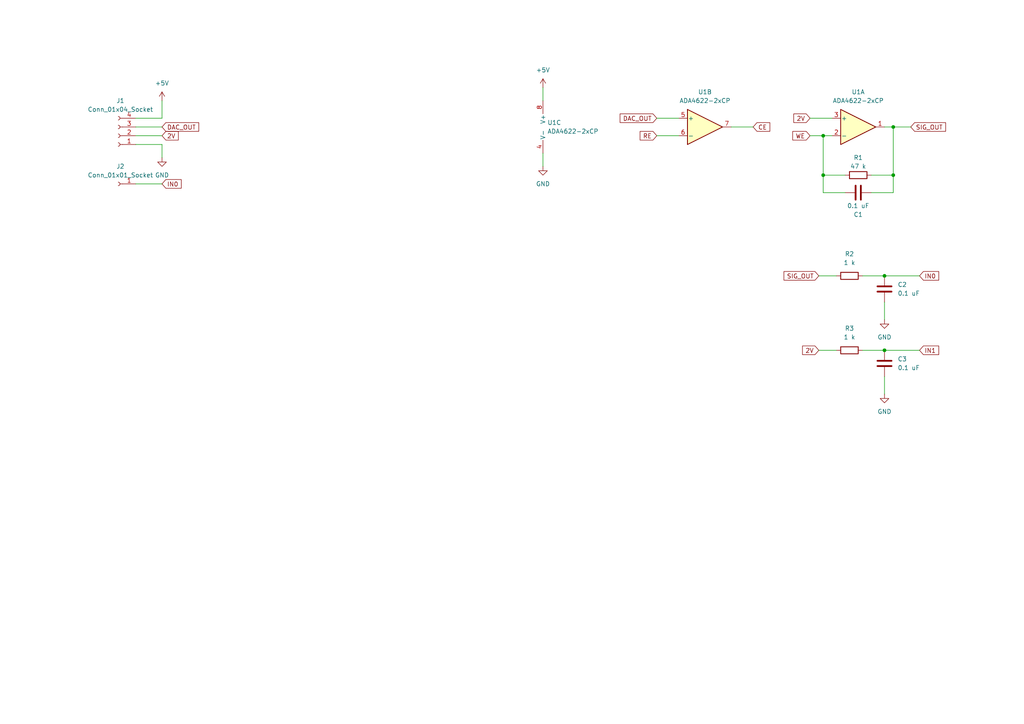
<source format=kicad_sch>
(kicad_sch (version 20230121) (generator eeschema)
  (paper "A4")
  (lib_symbols
    (symbol "Amplifier_Operational:ADA4622-2xCP" (pin_names (offset 0.127))
      (property "Reference" "U" (at 0 5.08 0))
      (property "Value" "ADA4622-2xCP" (at 0 -5.08 0))
      (symbol "ADA4622-2xCP_1_1"
        (polyline (pts (xy -5.08 5.08) (xy 5.08 0) (xy -5.08 -5.08) (xy -5.08 5.08)) (stroke (width 0.254)) (fill (type background)))
        (pin output line (at 7.62 0 180) (length 2.54) (name "~") (number "1"))
        (pin input line (at -7.62 -2.54 0) (length 2.54) (name "-") (number "2"))
        (pin input line (at -7.62 2.54 0) (length 2.54) (name "+") (number "3"))
      )
      (symbol "ADA4622-2xCP_2_1"
        (polyline (pts (xy -5.08 5.08) (xy 5.08 0) (xy -5.08 -5.08) (xy -5.08 5.08)) (stroke (width 0.254)) (fill (type background)))
        (pin input line (at -7.62 2.54 0) (length 2.54) (name "+") (number "5"))
        (pin input line (at -7.62 -2.54 0) (length 2.54) (name "-") (number "6"))
        (pin output line (at 7.62 0 180) (length 2.54) (name "~") (number "7"))
      )
      (symbol "ADA4622-2xCP_3_1"
        (pin power_in line (at -2.54 -7.62 90) (length 3.81) (name "V-") (number "4"))
        (pin power_in line (at -2.54 7.62 270) (length 3.81) (name "V+") (number "8"))
        (pin passive line (at -2.54 7.62 270) (length 3.81) hide (name "V+") (number "9"))
      )
    )
    (symbol "Connector:Conn_01x01_Socket" (pin_names (offset 1.016) hide)
      (property "Reference" "J" (at 0 2.54 0))
      (property "Value" "Conn_01x01_Socket" (at 0 -2.54 0))
      (symbol "Conn_01x01_Socket_1_1"
        (polyline (pts (xy -1.27 0) (xy -0.508 0)) (stroke (width 0.1524)))
        (arc (start 0 0.508) (mid -0.5058 0) (end 0 -0.508) (stroke (width 0.1524)))
        (pin passive line (at -5.08 0 0) (length 3.81) (name "Pin_1") (number "1"))
      )
    )
    (symbol "Connector:Conn_01x04_Socket" (pin_names (offset 1.016) hide)
      (property "Reference" "J" (at 0 5.08 0))
      (property "Value" "Conn_01x04_Socket" (at 0 -7.62 0))
      (symbol "Conn_01x04_Socket_1_1"
        (arc (start 0 -4.572) (mid -0.5058 -5.08) (end 0 -5.588) (stroke (width 0.1524)))
        (arc (start 0 -2.032) (mid -0.5058 -2.54) (end 0 -3.048) (stroke (width 0.1524)))
        (polyline (pts (xy -1.27 -5.08) (xy -0.508 -5.08)) (stroke (width 0.1524)))
        (polyline (pts (xy -1.27 -2.54) (xy -0.508 -2.54)) (stroke (width 0.1524)))
        (polyline (pts (xy -1.27 0) (xy -0.508 0)) (stroke (width 0.1524)))
        (polyline (pts (xy -1.27 2.54) (xy -0.508 2.54)) (stroke (width 0.1524)))
        (arc (start 0 0.508) (mid -0.5058 0) (end 0 -0.508) (stroke (width 0.1524)))
        (arc (start 0 3.048) (mid -0.5058 2.54) (end 0 2.032) (stroke (width 0.1524)))
        (pin passive line (at -5.08 2.54 0) (length 3.81) (name "Pin_1") (number "1"))
        (pin passive line (at -5.08 0 0) (length 3.81) (name "Pin_2") (number "2"))
        (pin passive line (at -5.08 -2.54 0) (length 3.81) (name "Pin_3") (number "3"))
        (pin passive line (at -5.08 -5.08 0) (length 3.81) (name "Pin_4") (number "4"))
      )
    )
    (symbol "Device:C" (pin_numbers hide) (pin_names (offset 0.254))
      (property "Reference" "C" (at 0.635 2.54 0))
      (property "Value" "C" (at 0.635 -2.54 0))
      (symbol "C_0_1"
        (polyline (pts (xy -2.032 -0.762) (xy 2.032 -0.762)) (stroke (width 0.508)))
        (polyline (pts (xy -2.032 0.762) (xy 2.032 0.762)) (stroke (width 0.508)))
      )
      (symbol "C_1_1"
        (pin passive line (at 0 3.81 270) (length 2.794) (name "~") (number "1"))
        (pin passive line (at 0 -3.81 90) (length 2.794) (name "~") (number "2"))
      )
    )
    (symbol "Device:R" (pin_numbers hide) (pin_names (offset 0))
      (property "Reference" "R" (at 2.032 0 90))
      (property "Value" "R" (at 0 0 90))
      (symbol "R_0_1"
        (rectangle (start -1.016 -2.54) (end 1.016 2.54) (stroke (width 0.254)))
      )
      (symbol "R_1_1"
        (pin passive line (at 0 3.81 270) (length 1.27) (name "~") (number "1"))
        (pin passive line (at 0 -3.81 90) (length 1.27) (name "~") (number "2"))
      )
    )
    (symbol "power:+5V" (power) (pin_names (offset 0))
      (property "Value" "+5V" (at 0 3.556 0))
      (symbol "+5V_0_1"
        (polyline (pts (xy -0.762 1.27) (xy 0 2.54)))
        (polyline (pts (xy 0 0) (xy 0 2.54)))
        (polyline (pts (xy 0 2.54) (xy 0.762 1.27)))
      )
      (symbol "+5V_1_1"
        (pin power_in line (at 0 0 90) (length 0) hide (name "+5V") (number "1"))
      )
    )
    (symbol "power:GND" (power) (pin_names (offset 0))
      (property "Value" "GND" (at 0 -3.81 0))
      (symbol "GND_0_1"
        (polyline (pts (xy 0 0) (xy 0 -1.27) (xy 1.27 -1.27) (xy 0 -2.54) (xy -1.27 -1.27) (xy 0 -1.27)))
      )
      (symbol "GND_1_1"
        (pin power_in line (at 0 0 270) (length 0) hide (name "GND") (number "1"))
      )
    )
  )
  (junction (at 256.54 101.6))
  (junction (at 238.76 50.8))
  (junction (at 259.08 36.83))
  (junction (at 238.76 39.37))
  (junction (at 259.08 50.8))
  (junction (at 256.54 80.01))
  (wire (pts (xy 157.48 25.4) (xy 157.48 29.21)))
  (wire (pts (xy 250.19 80.01) (xy 256.54 80.01)))
  (wire (pts (xy 252.73 50.8) (xy 259.08 50.8)))
  (wire (pts (xy 256.54 80.01) (xy 266.7 80.01)))
  (wire (pts (xy 157.48 44.45) (xy 157.48 48.26)))
  (wire (pts (xy 256.54 87.63) (xy 256.54 92.71)))
  (wire (pts (xy 46.99 29.21) (xy 46.99 34.29)))
  (wire (pts (xy 39.37 36.83) (xy 46.99 36.83)))
  (wire (pts (xy 256.54 101.6) (xy 266.7 101.6)))
  (wire (pts (xy 238.76 39.37) (xy 241.3 39.37)))
  (wire (pts (xy 212.09 36.83) (xy 218.44 36.83)))
  (wire (pts (xy 252.73 55.88) (xy 259.08 55.88)))
  (wire (pts (xy 238.76 50.8) (xy 245.11 50.8)))
  (wire (pts (xy 256.54 36.83) (xy 259.08 36.83)))
  (wire (pts (xy 39.37 41.91) (xy 46.99 41.91)))
  (wire (pts (xy 46.99 41.91) (xy 46.99 45.72)))
  (wire (pts (xy 237.49 80.01) (xy 242.57 80.01)))
  (wire (pts (xy 256.54 109.22) (xy 256.54 114.3)))
  (wire (pts (xy 39.37 34.29) (xy 46.99 34.29)))
  (wire (pts (xy 237.49 101.6) (xy 242.57 101.6)))
  (wire (pts (xy 190.5 34.29) (xy 196.85 34.29)))
  (wire (pts (xy 259.08 55.88) (xy 259.08 50.8)))
  (wire (pts (xy 234.95 39.37) (xy 238.76 39.37)))
  (wire (pts (xy 234.95 34.29) (xy 241.3 34.29)))
  (wire (pts (xy 238.76 39.37) (xy 238.76 50.8)))
  (wire (pts (xy 39.37 53.34) (xy 46.99 53.34)))
  (wire (pts (xy 259.08 50.8) (xy 259.08 36.83)))
  (wire (pts (xy 250.19 101.6) (xy 256.54 101.6)))
  (wire (pts (xy 259.08 36.83) (xy 264.16 36.83)))
  (wire (pts (xy 245.11 55.88) (xy 238.76 55.88)))
  (wire (pts (xy 238.76 55.88) (xy 238.76 50.8)))
  (wire (pts (xy 190.5 39.37) (xy 196.85 39.37)))
  (wire (pts (xy 39.37 39.37) (xy 46.99 39.37)))
  (global_label "DAC_OUT" (shape input) (at 190.5 34.29 180) (property "Intersheetrefs" "${INTERSHEET_REFS}" (effects hide)))
  (global_label "SIG_OUT" (shape input) (at 264.16 36.83 0) (property "Intersheetrefs" "${INTERSHEET_REFS}" (effects hide)))
  (global_label "DAC_OUT" (shape input) (at 46.99 36.83 0) (property "Intersheetrefs" "${INTERSHEET_REFS}" (effects hide)))
  (global_label "SIG_OUT" (shape input) (at 237.49 80.01 180) (property "Intersheetrefs" "${INTERSHEET_REFS}" (effects hide)))
  (global_label "CE" (shape input) (at 218.44 36.83 0) (property "Intersheetrefs" "${INTERSHEET_REFS}" (effects hide)))
  (global_label "2V" (shape input) (at 46.99 39.37 0) (property "Intersheetrefs" "${INTERSHEET_REFS}" (effects hide)))
  (global_label "RE" (shape input) (at 190.5 39.37 180) (property "Intersheetrefs" "${INTERSHEET_REFS}" (effects hide)))
  (global_label "2V" (shape input) (at 237.49 101.6 180) (property "Intersheetrefs" "${INTERSHEET_REFS}" (effects hide)))
  (global_label "IN0" (shape input) (at 46.99 53.34 0) (property "Intersheetrefs" "${INTERSHEET_REFS}" (effects hide)))
  (global_label "IN1" (shape input) (at 266.7 101.6 0) (property "Intersheetrefs" "${INTERSHEET_REFS}" (effects hide)))
  (global_label "IN0" (shape input) (at 266.7 80.01 0) (property "Intersheetrefs" "${INTERSHEET_REFS}" (effects hide)))
  (global_label "WE" (shape input) (at 234.95 39.37 180) (property "Intersheetrefs" "${INTERSHEET_REFS}" (effects hide)))
  (global_label "2V" (shape input) (at 234.95 34.29 180) (property "Intersheetrefs" "${INTERSHEET_REFS}" (effects hide)))
  (symbol (lib_id "Connector:Conn_01x04_Socket") (at 34.29 39.37 180) (unit 1)
    (property "Reference" "J1" (at 34.925 29.21 0))
    (property "Value" "Conn_01x04_Socket" (at 34.925 31.75 0))
    (property "Footprint" "Connector_PinHeader_1.00mm:PinHeader_1x04_P1.00mm_Vertical" (effects hide))
  )
  (symbol (lib_id "Amplifier_Operational:ADA4622-2xCP") (at 160.02 36.83 0) (unit 3)
    (property "Reference" "U1" (at 158.75 35.56 0) (effects (justify left)))
    (property "Value" "ADA4622-2xCP" (at 158.75 38.1 0) (effects (justify left)))
    (property "Footprint" "Package_CSP:LFCSP-8-1EP_3x3mm_P0.5mm_EP1.45x1.74mm" (effects hide))
    (property "Datasheet" "https://www.analog.com/media/en/technical-documentation/data-sheets/ada4622-1-4622-2-4622-4.pdf" (effects hide))
  )
  (symbol (lib_id "Device:C") (at 256.54 105.41 0) (unit 1)
    (property "Reference" "C3" (at 260.35 104.14 0) (effects (justify left)))
    (property "Value" "0.1 uF" (at 260.35 106.68 0) (effects (justify left)))
    (property "Footprint" "Capacitor_SMD:C_0603_1608Metric_Pad1.08x0.95mm_HandSolder" (effects hide))
  )
  (symbol (lib_id "Device:C") (at 256.54 83.82 0) (unit 1)
    (property "Reference" "C2" (at 260.35 82.55 0) (effects (justify left)))
    (property "Value" "0.1 uF" (at 260.35 85.09 0) (effects (justify left)))
    (property "Footprint" "Capacitor_SMD:C_0603_1608Metric_Pad1.08x0.95mm_HandSolder" (effects hide))
  )
  (symbol (lib_id "Device:R") (at 246.38 101.6 90) (unit 1)
    (property "Reference" "R3" (at 246.38 95.25 90))
    (property "Value" "1 k" (at 246.38 97.79 90))
    (property "Footprint" "Resistor_SMD:R_0603_1608Metric_Pad0.98x0.95mm_HandSolder" (effects hide))
  )
  (symbol (lib_id "power:GND") (at 157.48 48.26 0) (unit 1)
    (property "Reference" "#PWR01" (effects hide))
    (property "Value" "GND" (at 157.48 53.34 0))
  )
  (symbol (lib_id "power:GND") (at 46.99 45.72 0) (unit 1)
    (property "Reference" "#PWR06" (effects hide))
    (property "Value" "GND" (at 46.99 50.8 0))
  )
  (symbol (lib_id "power:GND") (at 256.54 92.71 0) (unit 1)
    (property "Reference" "#PWR03" (effects hide))
    (property "Value" "GND" (at 256.54 97.79 0))
  )
  (symbol (lib_id "power:+5V") (at 157.48 25.4 0) (unit 1)
    (property "Reference" "#PWR02" (effects hide))
    (property "Value" "+5V" (at 157.48 20.32 0))
  )
  (symbol (lib_id "Connector:Conn_01x01_Socket") (at 34.29 53.34 180) (unit 1)
    (property "Reference" "J2" (at 34.925 48.26 0))
    (property "Value" "Conn_01x01_Socket" (at 34.925 50.8 0))
    (property "Footprint" "Connector_PinHeader_1.00mm:PinHeader_1x01_P1.00mm_Vertical" (effects hide))
  )
  (symbol (lib_id "Amplifier_Operational:ADA4622-2xCP") (at 204.47 36.83 0) (unit 2)
    (property "Reference" "U1" (at 204.47 26.67 0))
    (property "Value" "ADA4622-2xCP" (at 204.47 29.21 0))
    (property "Footprint" "Package_CSP:LFCSP-8-1EP_3x3mm_P0.5mm_EP1.45x1.74mm" (effects hide))
    (property "Datasheet" "https://www.analog.com/media/en/technical-documentation/data-sheets/ada4622-1-4622-2-4622-4.pdf" (effects hide))
  )
  (symbol (lib_id "Device:R") (at 248.92 50.8 90) (unit 1)
    (property "Reference" "R1" (at 248.92 45.72 90))
    (property "Value" "47 k" (at 248.92 48.26 90))
    (property "Footprint" "Resistor_SMD:R_0603_1608Metric_Pad0.98x0.95mm_HandSolder" (effects hide))
  )
  (symbol (lib_id "power:GND") (at 256.54 114.3 0) (unit 1)
    (property "Reference" "#PWR04" (effects hide))
    (property "Value" "GND" (at 256.54 119.38 0))
  )
  (symbol (lib_id "Amplifier_Operational:ADA4622-2xCP") (at 248.92 36.83 0) (unit 1)
    (property "Reference" "U1" (at 248.92 26.67 0))
    (property "Value" "ADA4622-2xCP" (at 248.92 29.21 0))
    (property "Footprint" "Package_CSP:LFCSP-8-1EP_3x3mm_P0.5mm_EP1.45x1.74mm" (effects hide))
    (property "Datasheet" "https://www.analog.com/media/en/technical-documentation/data-sheets/ada4622-1-4622-2-4622-4.pdf" (effects hide))
  )
  (symbol (lib_id "Device:R") (at 246.38 80.01 90) (unit 1)
    (property "Reference" "R2" (at 246.38 73.66 90))
    (property "Value" "1 k" (at 246.38 76.2 90))
    (property "Footprint" "Resistor_SMD:R_0603_1608Metric_Pad0.98x0.95mm_HandSolder" (effects hide))
  )
  (symbol (lib_id "power:+5V") (at 46.99 29.21 0) (unit 1)
    (property "Reference" "#PWR05" (effects hide))
    (property "Value" "+5V" (at 46.99 24.13 0))
  )
  (symbol (lib_id "Device:C") (at 248.92 55.88 270) (unit 1)
    (property "Reference" "C1" (at 248.92 62.23 90))
    (property "Value" "0.1 uF" (at 248.92 59.69 90))
    (property "Footprint" "Capacitor_SMD:C_0603_1608Metric_Pad1.08x0.95mm_HandSolder" (effects hide))
  )
)
</source>
